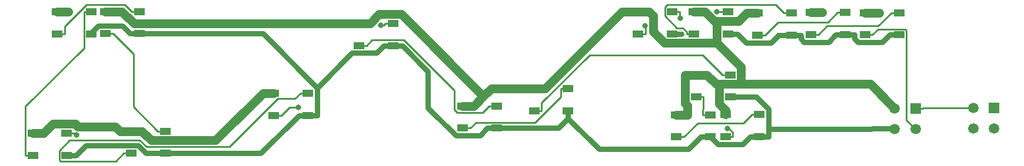
<source format=gbr>
%TF.GenerationSoftware,KiCad,Pcbnew,(5.1.6)-1*%
%TF.CreationDate,2020-11-25T12:03:05+11:00*%
%TF.ProjectId,HUD VID RCD Panel PCB V1,48554420-5649-4442-9052-43442050616e,rev?*%
%TF.SameCoordinates,Original*%
%TF.FileFunction,Copper,L1,Top*%
%TF.FilePolarity,Positive*%
%FSLAX46Y46*%
G04 Gerber Fmt 4.6, Leading zero omitted, Abs format (unit mm)*
G04 Created by KiCad (PCBNEW (5.1.6)-1) date 2020-11-25 12:03:05*
%MOMM*%
%LPD*%
G01*
G04 APERTURE LIST*
%TA.AperFunction,ComponentPad*%
%ADD10C,1.520000*%
%TD*%
%TA.AperFunction,ComponentPad*%
%ADD11R,1.520000X1.520000*%
%TD*%
%TA.AperFunction,SMDPad,CuDef*%
%ADD12R,1.500000X1.000000*%
%TD*%
%TA.AperFunction,ViaPad*%
%ADD13C,0.800000*%
%TD*%
%TA.AperFunction,ViaPad*%
%ADD14C,0.750000*%
%TD*%
%TA.AperFunction,ViaPad*%
%ADD15C,1.250000*%
%TD*%
%TA.AperFunction,Conductor*%
%ADD16C,0.250000*%
%TD*%
%TA.AperFunction,Conductor*%
%ADD17C,0.750000*%
%TD*%
%TA.AperFunction,Conductor*%
%ADD18C,1.250000*%
%TD*%
G04 APERTURE END LIST*
D10*
%TO.P,J2,4*%
%TO.N,/LEDGround*%
X182166001Y-86464399D03*
%TO.P,J2,3*%
%TO.N,Net-(D16-Pad2)*%
X185166000Y-86464399D03*
%TO.P,J2,2*%
%TO.N,/LED+5V*%
X182166001Y-83464400D03*
D11*
%TO.P,J2,1*%
%TO.N,Net-(J1-Pad2)*%
X185166000Y-83464400D03*
%TD*%
D10*
%TO.P,J1,4*%
%TO.N,Net-(D1-Pad4)*%
X193494001Y-86413599D03*
%TO.P,J1,3*%
%TO.N,/LEDGround*%
X196494000Y-86413599D03*
%TO.P,J1,2*%
%TO.N,Net-(J1-Pad2)*%
X193494001Y-83413600D03*
D11*
%TO.P,J1,1*%
%TO.N,/LED+5V*%
X196494000Y-83413600D03*
%TD*%
D12*
%TO.P,D16,1*%
%TO.N,/LED+5V*%
X177890000Y-69672400D03*
%TO.P,D16,2*%
%TO.N,Net-(D16-Pad2)*%
X177890000Y-72872400D03*
%TO.P,D16,4*%
%TO.N,Net-(D15-Pad2)*%
X182790000Y-69672400D03*
%TO.P,D16,3*%
%TO.N,/LEDGround*%
X182790000Y-72872400D03*
%TD*%
%TO.P,D15,1*%
%TO.N,/LED+5V*%
X170129000Y-69646800D03*
%TO.P,D15,2*%
%TO.N,Net-(D15-Pad2)*%
X170129000Y-72846800D03*
%TO.P,D15,4*%
%TO.N,Net-(D14-Pad2)*%
X175029000Y-69646800D03*
%TO.P,D15,3*%
%TO.N,/LEDGround*%
X175029000Y-72846800D03*
%TD*%
%TO.P,D14,1*%
%TO.N,/LED+5V*%
X162447000Y-69723200D03*
%TO.P,D14,2*%
%TO.N,Net-(D14-Pad2)*%
X162447000Y-72923200D03*
%TO.P,D14,4*%
%TO.N,Net-(D13-Pad2)*%
X167347000Y-69723200D03*
%TO.P,D14,3*%
%TO.N,/LEDGround*%
X167347000Y-72923200D03*
%TD*%
%TO.P,D13,1*%
%TO.N,/LED+5V*%
X153303000Y-69520000D03*
%TO.P,D13,2*%
%TO.N,Net-(D13-Pad2)*%
X153303000Y-72720000D03*
%TO.P,D13,4*%
%TO.N,Net-(D12-Pad2)*%
X158203000Y-69520000D03*
%TO.P,D13,3*%
%TO.N,/LEDGround*%
X158203000Y-72720000D03*
%TD*%
%TO.P,D12,1*%
%TO.N,/LED+5V*%
X145276000Y-69520000D03*
%TO.P,D12,2*%
%TO.N,Net-(D12-Pad2)*%
X145276000Y-72720000D03*
%TO.P,D12,4*%
%TO.N,Net-(D11-Pad2)*%
X150176000Y-69520000D03*
%TO.P,D12,3*%
%TO.N,/LEDGround*%
X150176000Y-72720000D03*
%TD*%
%TO.P,D11,1*%
%TO.N,/LED+5V*%
X157812000Y-84378800D03*
%TO.P,D11,2*%
%TO.N,Net-(D11-Pad2)*%
X157812000Y-87578800D03*
%TO.P,D11,4*%
%TO.N,Net-(D10-Pad2)*%
X162712000Y-84378800D03*
%TO.P,D11,3*%
%TO.N,/LEDGround*%
X162712000Y-87578800D03*
%TD*%
%TO.P,D10,1*%
%TO.N,/LED+5V*%
X150763000Y-84404400D03*
%TO.P,D10,2*%
%TO.N,Net-(D10-Pad2)*%
X150763000Y-87604400D03*
%TO.P,D10,4*%
%TO.N,Net-(D10-Pad4)*%
X155663000Y-84404400D03*
%TO.P,D10,3*%
%TO.N,/LEDGround*%
X155663000Y-87604400D03*
%TD*%
%TO.P,D9,1*%
%TO.N,/LED+5V*%
X153596000Y-78638800D03*
%TO.P,D9,2*%
%TO.N,Net-(D10-Pad4)*%
X153596000Y-81838800D03*
%TO.P,D9,4*%
%TO.N,Net-(D8-Pad2)*%
X158496000Y-78638800D03*
%TO.P,D9,3*%
%TO.N,/LEDGround*%
X158496000Y-81838800D03*
%TD*%
%TO.P,D8,1*%
%TO.N,/LED+5V*%
X130302000Y-80619600D03*
%TO.P,D8,2*%
%TO.N,Net-(D8-Pad2)*%
X130302000Y-83819600D03*
%TO.P,D8,4*%
%TO.N,Net-(D7-Pad2)*%
X135202000Y-80619600D03*
%TO.P,D8,3*%
%TO.N,/LEDGround*%
X135202000Y-83819600D03*
%TD*%
%TO.P,D7,1*%
%TO.N,/LED+5V*%
X120029000Y-83134400D03*
%TO.P,D7,2*%
%TO.N,Net-(D7-Pad2)*%
X120029000Y-86334400D03*
%TO.P,D7,4*%
%TO.N,Net-(D6-Pad2)*%
X124929000Y-83134400D03*
%TO.P,D7,3*%
%TO.N,/LEDGround*%
X124929000Y-86334400D03*
%TD*%
%TO.P,D6,1*%
%TO.N,/LED+5V*%
X105105000Y-71221600D03*
%TO.P,D6,2*%
%TO.N,Net-(D6-Pad2)*%
X105105000Y-74421600D03*
%TO.P,D6,4*%
%TO.N,Net-(D5-Pad2)*%
X110005000Y-71221600D03*
%TO.P,D6,3*%
%TO.N,/LEDGround*%
X110005000Y-74421600D03*
%TD*%
%TO.P,D5,1*%
%TO.N,/LED+5V*%
X92862400Y-81280000D03*
%TO.P,D5,2*%
%TO.N,Net-(D5-Pad2)*%
X92862400Y-84480000D03*
%TO.P,D5,4*%
%TO.N,Net-(D4-Pad2)*%
X97762400Y-81280000D03*
%TO.P,D5,3*%
%TO.N,/LEDGround*%
X97762400Y-84480000D03*
%TD*%
%TO.P,D4,1*%
%TO.N,/LED+5V*%
X72316000Y-86766400D03*
%TO.P,D4,2*%
%TO.N,Net-(D4-Pad2)*%
X72316000Y-89966400D03*
%TO.P,D4,4*%
%TO.N,Net-(D3-Pad2)*%
X77216000Y-86766400D03*
%TO.P,D4,3*%
%TO.N,/LEDGround*%
X77216000Y-89966400D03*
%TD*%
%TO.P,D3,1*%
%TO.N,/LED+5V*%
X68607600Y-69494400D03*
%TO.P,D3,2*%
%TO.N,Net-(D3-Pad2)*%
X68607600Y-72694400D03*
%TO.P,D3,4*%
%TO.N,Net-(D2-Pad2)*%
X73507600Y-69494400D03*
%TO.P,D3,3*%
%TO.N,/LEDGround*%
X73507600Y-72694400D03*
%TD*%
%TO.P,D2,1*%
%TO.N,/LED+5V*%
X61698800Y-69545200D03*
%TO.P,D2,2*%
%TO.N,Net-(D2-Pad2)*%
X61698800Y-72745200D03*
%TO.P,D2,4*%
%TO.N,Net-(D1-Pad2)*%
X66598800Y-69545200D03*
%TO.P,D2,3*%
%TO.N,/LEDGround*%
X66598800Y-72745200D03*
%TD*%
%TO.P,D1,1*%
%TO.N,/LED+5V*%
X58166000Y-87071200D03*
%TO.P,D1,2*%
%TO.N,Net-(D1-Pad2)*%
X58166000Y-90271200D03*
%TO.P,D1,4*%
%TO.N,Net-(D1-Pad4)*%
X63066000Y-87071200D03*
%TO.P,D1,3*%
%TO.N,/LEDGround*%
X63066000Y-90271200D03*
%TD*%
D13*
%TO.N,Net-(D1-Pad4)*%
X64494900Y-87355300D03*
%TO.N,Net-(D5-Pad2)*%
X108197900Y-71466700D03*
X96353800Y-83310800D03*
%TO.N,Net-(D11-Pad2)*%
X151313200Y-70491400D03*
X158131400Y-86397500D03*
%TO.N,Net-(D12-Pad2)*%
X156603900Y-69500700D03*
X146240600Y-71601500D03*
D14*
%TO.N,/LEDGround*%
X151501300Y-72720000D03*
X165494100Y-72923200D03*
D15*
%TO.N,/LED+5V*%
X171704300Y-69646800D03*
X70182900Y-69494400D03*
X63274100Y-69545200D03*
X64641300Y-86090900D03*
X179930200Y-69672400D03*
%TD*%
D16*
%TO.N,Net-(D1-Pad2)*%
X66598800Y-69545200D02*
X65523500Y-69545200D01*
X58166000Y-90271200D02*
X57090700Y-90271200D01*
X57090700Y-90271200D02*
X57090700Y-83200500D01*
X57090700Y-83200500D02*
X65523500Y-74767700D01*
X65523500Y-74767700D02*
X65523500Y-69545200D01*
%TO.N,Net-(D1-Pad4)*%
X63066000Y-87071200D02*
X64210800Y-87071200D01*
X64210800Y-87071200D02*
X64494900Y-87355300D01*
%TO.N,Net-(D2-Pad2)*%
X73507600Y-69494400D02*
X72432300Y-69494400D01*
X61698800Y-72745200D02*
X62774100Y-72745200D01*
X62774100Y-72745200D02*
X62774100Y-71655300D01*
X62774100Y-71655300D02*
X65932800Y-68496600D01*
X65932800Y-68496600D02*
X71434500Y-68496600D01*
X71434500Y-68496600D02*
X72432300Y-69494400D01*
%TO.N,Net-(D3-Pad2)*%
X77216000Y-86766400D02*
X76140700Y-86766400D01*
X68607600Y-72694400D02*
X69682900Y-72694400D01*
X69682900Y-72694400D02*
X72656500Y-75668000D01*
X72656500Y-75668000D02*
X72656500Y-83282200D01*
X72656500Y-83282200D02*
X76140700Y-86766400D01*
%TO.N,Net-(D4-Pad2)*%
X97762400Y-81280000D02*
X96687100Y-81280000D01*
X72316000Y-89966400D02*
X71240700Y-89966400D01*
X71240700Y-89966400D02*
X70102500Y-91104600D01*
X70102500Y-91104600D02*
X62176800Y-91104600D01*
X62176800Y-91104600D02*
X61990700Y-90918500D01*
X61990700Y-90918500D02*
X61990700Y-89563000D01*
X61990700Y-89563000D02*
X63452100Y-88101600D01*
X63452100Y-88101600D02*
X73560800Y-88101600D01*
X73560800Y-88101600D02*
X74501300Y-89042100D01*
X74501300Y-89042100D02*
X86444300Y-89042100D01*
X86444300Y-89042100D02*
X93381100Y-82105300D01*
X93381100Y-82105300D02*
X95861800Y-82105300D01*
X95861800Y-82105300D02*
X96687100Y-81280000D01*
%TO.N,Net-(D5-Pad2)*%
X92862400Y-84480000D02*
X93937700Y-84480000D01*
X93937700Y-84480000D02*
X95106900Y-83310800D01*
X95106900Y-83310800D02*
X96353800Y-83310800D01*
X110005000Y-71221600D02*
X108929700Y-71221600D01*
X108197900Y-71466700D02*
X108684600Y-71466700D01*
X108684600Y-71466700D02*
X108929700Y-71221600D01*
%TO.N,Net-(D6-Pad2)*%
X124929000Y-83134400D02*
X123853700Y-83134400D01*
X105105000Y-74421600D02*
X106180300Y-74421600D01*
X106180300Y-74421600D02*
X107005700Y-73596200D01*
X107005700Y-73596200D02*
X111513900Y-73596200D01*
X111513900Y-73596200D02*
X118790100Y-80872400D01*
X118790100Y-80872400D02*
X118790100Y-83689200D01*
X118790100Y-83689200D02*
X119218100Y-84117200D01*
X119218100Y-84117200D02*
X122870900Y-84117200D01*
X122870900Y-84117200D02*
X123853700Y-83134400D01*
%TO.N,Net-(D7-Pad2)*%
X135202000Y-80619600D02*
X134126700Y-80619600D01*
X120029000Y-86334400D02*
X121104300Y-86334400D01*
X121104300Y-86334400D02*
X121929600Y-85509100D01*
X121929600Y-85509100D02*
X130387400Y-85509100D01*
X130387400Y-85509100D02*
X134126700Y-81769800D01*
X134126700Y-81769800D02*
X134126700Y-80619600D01*
%TO.N,Net-(D8-Pad2)*%
X158496000Y-78638800D02*
X157420700Y-78638800D01*
X130302000Y-83819600D02*
X131377300Y-83819600D01*
X131377300Y-83819600D02*
X131377300Y-82689000D01*
X131377300Y-82689000D02*
X138301200Y-75765100D01*
X138301200Y-75765100D02*
X154547000Y-75765100D01*
X154547000Y-75765100D02*
X157420700Y-78638800D01*
%TO.N,Net-(D10-Pad4)*%
X155663000Y-84404400D02*
X154587700Y-84404400D01*
X153596000Y-81838800D02*
X154671300Y-81838800D01*
X154671300Y-81838800D02*
X154671300Y-83579100D01*
X154671300Y-83579100D02*
X154587700Y-83662700D01*
X154587700Y-83662700D02*
X154587700Y-84404400D01*
%TO.N,Net-(D10-Pad2)*%
X162712000Y-84378800D02*
X161636700Y-84378800D01*
X150763000Y-87604400D02*
X151838300Y-87604400D01*
X151838300Y-87604400D02*
X153851400Y-85591300D01*
X153851400Y-85591300D02*
X160424200Y-85591300D01*
X160424200Y-85591300D02*
X161636700Y-84378800D01*
%TO.N,Net-(D11-Pad2)*%
X151251300Y-69520000D02*
X151251300Y-70429500D01*
X151251300Y-70429500D02*
X151313200Y-70491400D01*
X157812000Y-87578800D02*
X158887300Y-87578800D01*
X150176000Y-69520000D02*
X151251300Y-69520000D01*
X158887300Y-87578800D02*
X158887300Y-86940700D01*
X158887300Y-86940700D02*
X158344100Y-86397500D01*
X158344100Y-86397500D02*
X158131400Y-86397500D01*
%TO.N,Net-(D12-Pad2)*%
X145276000Y-72720000D02*
X146351300Y-72720000D01*
X157127700Y-69520000D02*
X157108400Y-69500700D01*
X157108400Y-69500700D02*
X156603900Y-69500700D01*
X158203000Y-69520000D02*
X157127700Y-69520000D01*
X146351300Y-72720000D02*
X146351300Y-71712200D01*
X146351300Y-71712200D02*
X146240600Y-71601500D01*
%TO.N,Net-(D13-Pad2)*%
X152227700Y-72720000D02*
X152227700Y-72445800D01*
X152227700Y-72445800D02*
X151676600Y-71894700D01*
X151676600Y-71894700D02*
X150834900Y-71894700D01*
X150834900Y-71894700D02*
X149092800Y-70152600D01*
X149092800Y-70152600D02*
X149092800Y-68866400D01*
X149092800Y-68866400D02*
X149460300Y-68498900D01*
X149460300Y-68498900D02*
X165047400Y-68498900D01*
X165047400Y-68498900D02*
X166271700Y-69723200D01*
X167347000Y-69723200D02*
X166271700Y-69723200D01*
X153303000Y-72720000D02*
X152227700Y-72720000D01*
%TO.N,Net-(D14-Pad2)*%
X163522300Y-72923200D02*
X165410800Y-71034700D01*
X165410800Y-71034700D02*
X172565800Y-71034700D01*
X172565800Y-71034700D02*
X173953700Y-69646800D01*
X175029000Y-69646800D02*
X173953700Y-69646800D01*
X162447000Y-72923200D02*
X163522300Y-72923200D01*
%TO.N,Net-(D15-Pad2)*%
X182790000Y-69672400D02*
X181714700Y-69672400D01*
X170129000Y-72846800D02*
X171204300Y-72846800D01*
X171204300Y-72846800D02*
X172454400Y-71596700D01*
X172454400Y-71596700D02*
X179790400Y-71596700D01*
X179790400Y-71596700D02*
X181714700Y-69672400D01*
%TO.N,Net-(D16-Pad2)*%
X177890000Y-72872400D02*
X178965300Y-72872400D01*
X178965300Y-72872400D02*
X179790600Y-72047100D01*
X179790600Y-72047100D02*
X183683400Y-72047100D01*
X183683400Y-72047100D02*
X183865300Y-72229000D01*
X183865300Y-72229000D02*
X183865300Y-85163700D01*
X183865300Y-85163700D02*
X185166000Y-86464400D01*
%TO.N,Net-(J1-Pad2)*%
X185166000Y-83464400D02*
X186251300Y-83464400D01*
X193494000Y-83413600D02*
X186302100Y-83413600D01*
X186302100Y-83413600D02*
X186251300Y-83464400D01*
D17*
%TO.N,/LEDGround*%
X99087800Y-80511100D02*
X99087800Y-84479900D01*
X99087800Y-84479900D02*
X99087700Y-84480000D01*
X73507600Y-72694400D02*
X91271100Y-72694400D01*
X91271100Y-72694400D02*
X99087800Y-80511100D01*
X99087800Y-80511100D02*
X104102000Y-75496900D01*
X104102000Y-75496900D02*
X107604400Y-75496900D01*
X107604400Y-75496900D02*
X108679700Y-74421600D01*
X72845000Y-72694400D02*
X73507600Y-72694400D01*
X72845000Y-72694400D02*
X72182300Y-72694400D01*
X110005000Y-74421600D02*
X108679700Y-74421600D01*
X97762400Y-84480000D02*
X99087700Y-84480000D01*
X97308200Y-84480000D02*
X97762400Y-84480000D01*
X97308200Y-84480000D02*
X96437100Y-84480000D01*
X124929000Y-86334400D02*
X123603700Y-86334400D01*
X123603700Y-86334400D02*
X122528300Y-87409800D01*
X122528300Y-87409800D02*
X119040700Y-87409800D01*
X119040700Y-87409800D02*
X115052600Y-83421700D01*
X115052600Y-83421700D02*
X115052600Y-78143900D01*
X115052600Y-78143900D02*
X111330300Y-74421600D01*
X135202000Y-84976100D02*
X133843700Y-86334400D01*
X133843700Y-86334400D02*
X124929000Y-86334400D01*
X110005000Y-74421600D02*
X111330300Y-74421600D01*
X150176000Y-72720000D02*
X151501300Y-72720000D01*
X165494100Y-72923200D02*
X164392100Y-74025200D01*
X164392100Y-74025200D02*
X160833500Y-74025200D01*
X160833500Y-74025200D02*
X159528300Y-72720000D01*
X63066000Y-90271200D02*
X64391300Y-90271200D01*
X64391300Y-90271200D02*
X65805900Y-88856600D01*
X65805900Y-88856600D02*
X73325300Y-88856600D01*
X73325300Y-88856600D02*
X74435100Y-89966400D01*
X74435100Y-89966400D02*
X77216000Y-89966400D01*
X72182300Y-72694400D02*
X71081700Y-71593800D01*
X71081700Y-71593800D02*
X67627600Y-71593800D01*
X67627600Y-71593800D02*
X66598800Y-72622600D01*
X66598800Y-72622600D02*
X66598800Y-72745200D01*
X96437100Y-84480000D02*
X90950700Y-89966400D01*
X90950700Y-89966400D02*
X77216000Y-89966400D01*
X167347000Y-72923200D02*
X168672300Y-72923200D01*
X175029000Y-72846800D02*
X173703700Y-72846800D01*
X175029000Y-72846800D02*
X176354300Y-72846800D01*
X176354300Y-72846800D02*
X176354300Y-73434900D01*
X176354300Y-73434900D02*
X176867100Y-73947700D01*
X176867100Y-73947700D02*
X180389400Y-73947700D01*
X180389400Y-73947700D02*
X181464700Y-72872400D01*
X173703700Y-72846800D02*
X172628300Y-73922200D01*
X172628300Y-73922200D02*
X169124900Y-73922200D01*
X169124900Y-73922200D02*
X168672300Y-73469600D01*
X168672300Y-73469600D02*
X168672300Y-72923200D01*
X165494100Y-72923200D02*
X167347000Y-72923200D01*
X182790000Y-72872400D02*
X181464700Y-72872400D01*
X162712000Y-87578800D02*
X164037300Y-87578800D01*
X164037300Y-86462500D02*
X164037300Y-87578800D01*
X182166000Y-86464400D02*
X182061900Y-86360300D01*
X182061900Y-86360300D02*
X178940900Y-86360300D01*
X178940900Y-86360300D02*
X178838700Y-86462500D01*
X178838700Y-86462500D02*
X164037300Y-86462500D01*
X164037300Y-86462500D02*
X164037300Y-83582400D01*
X164037300Y-83582400D02*
X162293700Y-81838800D01*
X162293700Y-81838800D02*
X158496000Y-81838800D01*
X158203000Y-72720000D02*
X159528300Y-72720000D01*
X135202000Y-84976100D02*
X135202000Y-83819600D01*
X154337700Y-87604400D02*
X152558800Y-89383300D01*
X152558800Y-89383300D02*
X139609200Y-89383300D01*
X139609200Y-89383300D02*
X135202000Y-84976100D01*
X155663000Y-87604400D02*
X154337700Y-87604400D01*
X161386700Y-87578800D02*
X160311400Y-88654100D01*
X160311400Y-88654100D02*
X156712700Y-88654100D01*
X156712700Y-88654100D02*
X155663000Y-87604400D01*
X162712000Y-87578800D02*
X161386700Y-87578800D01*
D18*
%TO.N,/LED+5V*%
X156606400Y-74045400D02*
X149080200Y-74045400D01*
X149080200Y-74045400D02*
X147465900Y-72431100D01*
X147465900Y-72431100D02*
X147465900Y-70134600D01*
X147465900Y-70134600D02*
X146851300Y-69520000D01*
X153596000Y-78638800D02*
X152020700Y-78638800D01*
X150763000Y-84404400D02*
X152338300Y-84404400D01*
X152338300Y-84404400D02*
X152338300Y-83047100D01*
X152338300Y-83047100D02*
X152020700Y-82729500D01*
X152020700Y-82729500D02*
X152020700Y-78638800D01*
X156920600Y-79964100D02*
X156920600Y-82846400D01*
X156920600Y-82846400D02*
X157812000Y-83737800D01*
X157812000Y-83737800D02*
X157812000Y-84378800D01*
X156920600Y-79964100D02*
X156496600Y-79964100D01*
X156496600Y-79964100D02*
X155171300Y-78638800D01*
X160075000Y-79964000D02*
X160074900Y-79964100D01*
X160074900Y-79964100D02*
X156920600Y-79964100D01*
X153596000Y-78638800D02*
X155171300Y-78638800D01*
X160075000Y-79964000D02*
X178665600Y-79964000D01*
X178665600Y-79964000D02*
X182166000Y-83464400D01*
X156606400Y-74045400D02*
X160075000Y-77514000D01*
X160075000Y-77514000D02*
X160075000Y-79964000D01*
X156606400Y-70882800D02*
X156241100Y-70882800D01*
X156241100Y-70882800D02*
X154878300Y-69520000D01*
X160871700Y-69723200D02*
X159712100Y-70882800D01*
X159712100Y-70882800D02*
X156606400Y-70882800D01*
X156606400Y-70882800D02*
X156606400Y-74045400D01*
X145276000Y-69520000D02*
X146851300Y-69520000D01*
X131877300Y-80619600D02*
X142976900Y-69520000D01*
X142976900Y-69520000D02*
X145276000Y-69520000D01*
X72316000Y-86766400D02*
X70740700Y-86766400D01*
X70740700Y-86766400D02*
X70065200Y-86090900D01*
X70065200Y-86090900D02*
X64641300Y-86090900D01*
X72316000Y-86766400D02*
X73891300Y-86766400D01*
X73891300Y-86766400D02*
X75216600Y-88091700D01*
X75216600Y-88091700D02*
X84475400Y-88091700D01*
X84475400Y-88091700D02*
X91287100Y-81280000D01*
X92862400Y-81280000D02*
X91287100Y-81280000D01*
X170129000Y-69646800D02*
X171704300Y-69646800D01*
X162447000Y-69723200D02*
X160871700Y-69723200D01*
X153303000Y-69520000D02*
X154878300Y-69520000D01*
X123002400Y-81736300D02*
X111162400Y-69896300D01*
X111162400Y-69896300D02*
X108005600Y-69896300D01*
X108005600Y-69896300D02*
X106680300Y-71221600D01*
X59741300Y-87071200D02*
X61066600Y-85745900D01*
X61066600Y-85745900D02*
X64296300Y-85745900D01*
X64296300Y-85745900D02*
X64641300Y-86090900D01*
X105105000Y-71221600D02*
X72735100Y-71221600D01*
X72735100Y-71221600D02*
X71007900Y-69494400D01*
X71007900Y-69494400D02*
X70182900Y-69494400D01*
X105105000Y-71221600D02*
X106680300Y-71221600D01*
X123002400Y-81736300D02*
X124119100Y-80619600D01*
X124119100Y-80619600D02*
X128726700Y-80619600D01*
X121604300Y-83134400D02*
X123002400Y-81736300D01*
X130302000Y-80619600D02*
X131877300Y-80619600D01*
X120029000Y-83134400D02*
X121604300Y-83134400D01*
X130302000Y-80619600D02*
X128726700Y-80619600D01*
X68607600Y-69494400D02*
X70182900Y-69494400D01*
X61698800Y-69545200D02*
X63274100Y-69545200D01*
X58166000Y-87071200D02*
X59741300Y-87071200D01*
X177890000Y-69672400D02*
X179930200Y-69672400D01*
%TD*%
M02*

</source>
